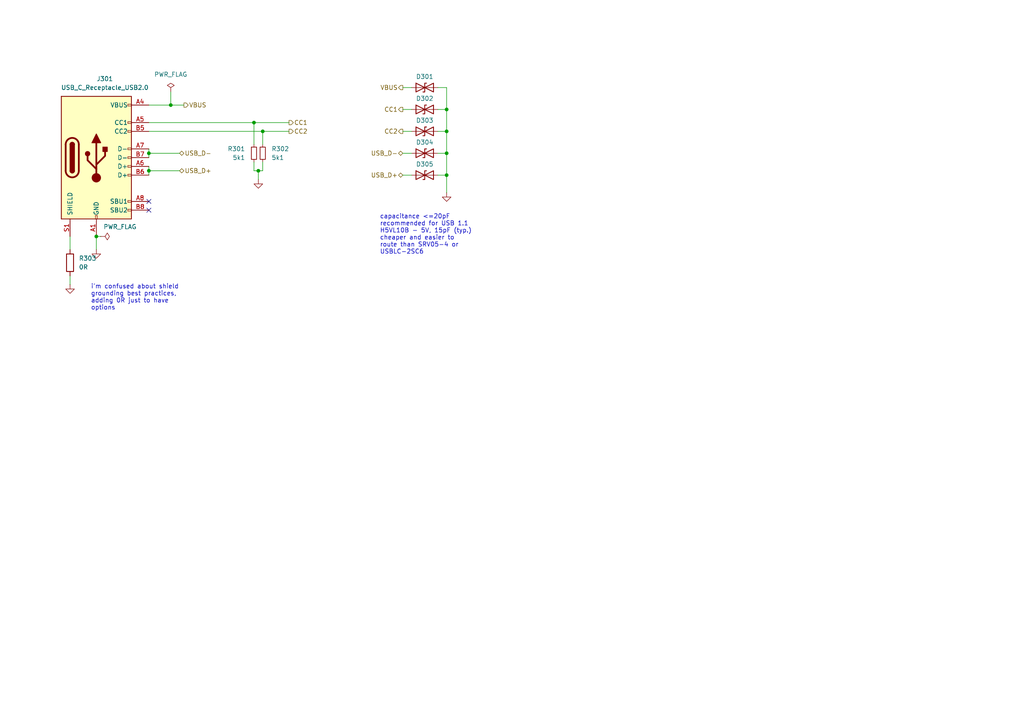
<source format=kicad_sch>
(kicad_sch (version 20231120) (generator "eeschema") (generator_version "8.0")
  (paper "A4")
  (lib_symbols
    (symbol "Connector:USB_C_Receptacle_USB2.0" (pin_names (offset 1.016))
      (property "Reference" "J" (at -10.16 19.05 0))
      (property "Value" "USB_C_Receptacle_USB2.0" (at 19.05 19.05 0))
      (symbol "USB_C_Receptacle_USB2.0_0_0"
        (rectangle (start -0.254 -17.78) (end 0.254 -16.764))
        (rectangle (start 10.16 -14.986) (end 9.144 -15.494))
        (rectangle (start 10.16 -12.446) (end 9.144 -12.954))
        (rectangle (start 10.16 -4.826) (end 9.144 -5.334))
        (rectangle (start 10.16 -2.286) (end 9.144 -2.794))
        (rectangle (start 10.16 0.254) (end 9.144 -0.254))
        (rectangle (start 10.16 2.794) (end 9.144 2.286))
        (rectangle (start 10.16 7.874) (end 9.144 7.366))
        (rectangle (start 10.16 10.414) (end 9.144 9.906))
        (rectangle (start 10.16 15.494) (end 9.144 14.986))
      )
      (symbol "USB_C_Receptacle_USB2.0_0_1"
        (rectangle (start -10.16 17.78) (end 10.16 -17.78) (stroke (width 0.254)) (fill (type background)))
        (arc (start -8.89 -3.81) (mid -6.985 -5.7066) (end -5.08 -3.81) (stroke (width 0.508)))
        (arc (start -7.62 -3.81) (mid -6.985 -4.4422) (end -6.35 -3.81) (stroke (width 0.254)))
        (arc (start -7.62 -3.81) (mid -6.985 -4.4422) (end -6.35 -3.81) (stroke (width 0.254)) (fill (type outline)))
        (rectangle (start -7.62 -3.81) (end -6.35 3.81) (stroke (width 0.254)) (fill (type outline)))
        (arc (start -6.35 3.81) (mid -6.985 4.4422) (end -7.62 3.81) (stroke (width 0.254)))
        (arc (start -6.35 3.81) (mid -6.985 4.4422) (end -7.62 3.81) (stroke (width 0.254)) (fill (type outline)))
        (arc (start -5.08 3.81) (mid -6.985 5.7066) (end -8.89 3.81) (stroke (width 0.508)))
        (circle (center -2.54 1.143) (radius 0.635) (stroke (width 0.254)) (fill (type outline)))
        (circle (center 0 -5.842) (radius 1.27) (fill (type outline)))
        (polyline (pts (xy -8.89 -3.81) (xy -8.89 3.81)) (stroke (width 0.508)))
        (polyline (pts (xy -5.08 3.81) (xy -5.08 -3.81)) (stroke (width 0.508)))
        (polyline (pts (xy 0 -5.842) (xy 0 4.318)) (stroke (width 0.508)))
        (polyline (pts (xy 0 -3.302) (xy -2.54 -0.762) (xy -2.54 0.508)) (stroke (width 0.508)))
        (polyline (pts (xy 0 -2.032) (xy 2.54 0.508) (xy 2.54 1.778)) (stroke (width 0.508)))
        (polyline (pts (xy -1.27 4.318) (xy 0 6.858) (xy 1.27 4.318) (xy -1.27 4.318)) (stroke (width 0.254)) (fill (type outline)))
        (rectangle (start 1.905 1.778) (end 3.175 3.048) (stroke (width 0.254)) (fill (type outline)))
      )
      (symbol "USB_C_Receptacle_USB2.0_1_1"
        (pin passive line (at 0 -22.86 90) (length 5.08) (name "GND") (number "A1"))
        (pin passive line (at 0 -22.86 90) (length 5.08) hide (name "GND") (number "A12"))
        (pin passive line (at 15.24 15.24 180) (length 5.08) (name "VBUS") (number "A4"))
        (pin bidirectional line (at 15.24 10.16 180) (length 5.08) (name "CC1") (number "A5"))
        (pin bidirectional line (at 15.24 -2.54 180) (length 5.08) (name "D+") (number "A6"))
        (pin bidirectional line (at 15.24 2.54 180) (length 5.08) (name "D-") (number "A7"))
        (pin bidirectional line (at 15.24 -12.7 180) (length 5.08) (name "SBU1") (number "A8"))
        (pin passive line (at 15.24 15.24 180) (length 5.08) hide (name "VBUS") (number "A9"))
        (pin passive line (at 0 -22.86 90) (length 5.08) hide (name "GND") (number "B1"))
        (pin passive line (at 0 -22.86 90) (length 5.08) hide (name "GND") (number "B12"))
        (pin passive line (at 15.24 15.24 180) (length 5.08) hide (name "VBUS") (number "B4"))
        (pin bidirectional line (at 15.24 7.62 180) (length 5.08) (name "CC2") (number "B5"))
        (pin bidirectional line (at 15.24 -5.08 180) (length 5.08) (name "D+") (number "B6"))
        (pin bidirectional line (at 15.24 0 180) (length 5.08) (name "D-") (number "B7"))
        (pin bidirectional line (at 15.24 -15.24 180) (length 5.08) (name "SBU2") (number "B8"))
        (pin passive line (at 15.24 15.24 180) (length 5.08) hide (name "VBUS") (number "B9"))
        (pin passive line (at -7.62 -22.86 90) (length 5.08) (name "SHIELD") (number "S1"))
      )
    )
    (symbol "Device:D_TVS" (pin_numbers hide) (pin_names (offset 1.016) hide)
      (property "Reference" "D" (at 0 2.54 0))
      (property "Value" "D_TVS" (at 0 -2.54 0))
      (symbol "D_TVS_0_1"
        (polyline (pts (xy 1.27 0) (xy -1.27 0)))
        (polyline (pts (xy 0.508 1.27) (xy 0 1.27) (xy 0 -1.27) (xy -0.508 -1.27)) (stroke (width 0.254)))
        (polyline (pts (xy -2.54 1.27) (xy -2.54 -1.27) (xy 2.54 1.27) (xy 2.54 -1.27) (xy -2.54 1.27)) (stroke (width 0.254)))
      )
      (symbol "D_TVS_1_1"
        (pin passive line (at -3.81 0 0) (length 2.54) (name "A1") (number "1"))
        (pin passive line (at 3.81 0 180) (length 2.54) (name "A2") (number "2"))
      )
    )
    (symbol "Device:R" (pin_numbers hide) (pin_names (offset 0))
      (property "Reference" "R" (at 2.032 0 90))
      (property "Value" "R" (at 0 0 90))
      (symbol "R_0_1"
        (rectangle (start -1.016 -2.54) (end 1.016 2.54) (stroke (width 0.254)))
      )
      (symbol "R_1_1"
        (pin passive line (at 0 3.81 270) (length 1.27) (name "~") (number "1"))
        (pin passive line (at 0 -3.81 90) (length 1.27) (name "~") (number "2"))
      )
    )
    (symbol "Device:R_Small" (pin_numbers hide) (pin_names (offset 0.254) hide)
      (property "Reference" "R" (at 0.762 0.508 0))
      (property "Value" "R_Small" (at 0.762 -1.016 0))
      (symbol "R_Small_0_1"
        (rectangle (start -0.762 1.778) (end 0.762 -1.778) (stroke (width 0.2032)))
      )
      (symbol "R_Small_1_1"
        (pin passive line (at 0 2.54 270) (length 0.762) (name "~") (number "1"))
        (pin passive line (at 0 -2.54 90) (length 0.762) (name "~") (number "2"))
      )
    )
    (symbol "power:GND" (power) (pin_numbers hide) (pin_names (offset 0) hide)
      (property "Value" "GND" (at 0 -3.81 0))
      (symbol "GND_0_1"
        (polyline (pts (xy 0 0) (xy 0 -1.27) (xy 1.27 -1.27) (xy 0 -2.54) (xy -1.27 -1.27) (xy 0 -1.27)))
      )
      (symbol "GND_1_1"
        (pin power_in line (at 0 0 270) (length 0) (name "~") (number "1"))
      )
    )
    (symbol "power:PWR_FLAG" (power) (pin_numbers hide) (pin_names (offset 0) hide)
      (property "Value" "PWR_FLAG" (at 0 3.81 0))
      (symbol "PWR_FLAG_0_0"
        (pin power_out line (at 0 0 90) (length 0) (name "~") (number "1"))
      )
      (symbol "PWR_FLAG_0_1"
        (polyline (pts (xy 0 0) (xy 0 1.27) (xy -1.016 1.905) (xy 0 2.54) (xy 1.016 1.905) (xy 0 1.27)))
      )
    )
  )
  (junction (at 27.94 68.58))
  (junction (at 76.2 38.1))
  (junction (at 129.54 50.8))
  (junction (at 43.18 44.45))
  (junction (at 43.18 49.53))
  (junction (at 129.54 31.75))
  (junction (at 73.66 35.56))
  (junction (at 129.54 44.45))
  (junction (at 129.54 38.1))
  (junction (at 74.93 49.53))
  (junction (at 49.53 30.48))
  (no_connect (at 43.18 60.96))
  (no_connect (at 43.18 58.42))
  (wire (pts (xy 27.94 68.58) (xy 29.21 68.58)))
  (wire (pts (xy 127 31.75) (xy 129.54 31.75)))
  (wire (pts (xy 129.54 44.45) (xy 129.54 38.1)))
  (wire (pts (xy 129.54 55.88) (xy 129.54 50.8)))
  (wire (pts (xy 20.32 68.58) (xy 20.32 72.39)))
  (wire (pts (xy 116.84 44.45) (xy 119.38 44.45)))
  (wire (pts (xy 116.84 50.8) (xy 119.38 50.8)))
  (wire (pts (xy 76.2 38.1) (xy 76.2 41.91)))
  (wire (pts (xy 127 38.1) (xy 129.54 38.1)))
  (wire (pts (xy 43.18 49.53) (xy 52.07 49.53)))
  (wire (pts (xy 74.93 49.53) (xy 73.66 49.53)))
  (wire (pts (xy 127 50.8) (xy 129.54 50.8)))
  (wire (pts (xy 43.18 44.45) (xy 43.18 45.72)))
  (wire (pts (xy 43.18 48.26) (xy 43.18 49.53)))
  (wire (pts (xy 76.2 49.53) (xy 74.93 49.53)))
  (wire (pts (xy 43.18 30.48) (xy 49.53 30.48)))
  (wire (pts (xy 27.94 68.58) (xy 27.94 72.39)))
  (wire (pts (xy 129.54 25.4) (xy 127 25.4)))
  (wire (pts (xy 53.34 30.48) (xy 49.53 30.48)))
  (wire (pts (xy 49.53 26.67) (xy 49.53 30.48)))
  (wire (pts (xy 43.18 49.53) (xy 43.18 50.8)))
  (wire (pts (xy 20.32 80.01) (xy 20.32 82.55)))
  (wire (pts (xy 73.66 35.56) (xy 83.82 35.56)))
  (wire (pts (xy 43.18 44.45) (xy 52.07 44.45)))
  (wire (pts (xy 129.54 31.75) (xy 129.54 25.4)))
  (wire (pts (xy 43.18 43.18) (xy 43.18 44.45)))
  (wire (pts (xy 43.18 35.56) (xy 73.66 35.56)))
  (wire (pts (xy 116.84 38.1) (xy 119.38 38.1)))
  (wire (pts (xy 76.2 46.99) (xy 76.2 49.53)))
  (wire (pts (xy 73.66 35.56) (xy 73.66 41.91)))
  (wire (pts (xy 129.54 38.1) (xy 129.54 31.75)))
  (wire (pts (xy 43.18 38.1) (xy 76.2 38.1)))
  (wire (pts (xy 74.93 52.07) (xy 74.93 49.53)))
  (wire (pts (xy 127 44.45) (xy 129.54 44.45)))
  (wire (pts (xy 116.84 25.4) (xy 119.38 25.4)))
  (wire (pts (xy 116.84 31.75) (xy 119.38 31.75)))
  (wire (pts (xy 73.66 46.99) (xy 73.66 49.53)))
  (wire (pts (xy 129.54 50.8) (xy 129.54 44.45)))
  (wire (pts (xy 76.2 38.1) (xy 83.82 38.1)))
  (text_box "capacitance <=20pF recommended for USB 1.1\nH5VL10B - 5V, 15pF (typ.)\ncheaper and easier to route than SRV05-4 or USBLC-2SC6" (at 109.22 60.96 0) (size 29.21 13.97) (stroke (width -0.0001)) (effects (font (size 1.27 1.27)) (justify left top)))
  (text_box "i'm confused about shield grounding best practices, adding 0R just to have options" (at 25.4 81.28 0) (size 29.21 13.97) (stroke (width -0.0001)) (effects (font (size 1.27 1.27)) (justify left top)))
  (hierarchical_label "USB_D-" (shape bidirectional) (at 116.84 44.45 180))
  (hierarchical_label "CC2" (shape output) (at 83.82 38.1 0))
  (hierarchical_label "USB_D+" (shape bidirectional) (at 116.84 50.8 180))
  (hierarchical_label "USB_D+" (shape bidirectional) (at 52.07 49.53 0))
  (hierarchical_label "VBUS" (shape output) (at 53.34 30.48 0))
  (hierarchical_label "CC1" (shape output) (at 83.82 35.56 0))
  (hierarchical_label "CC2" (shape output) (at 116.84 38.1 180))
  (hierarchical_label "VBUS" (shape output) (at 116.84 25.4 180))
  (hierarchical_label "CC1" (shape output) (at 116.84 31.75 180))
  (hierarchical_label "USB_D-" (shape bidirectional) (at 52.07 44.45 0))
  (symbol (lib_id "Device:R") (at 20.32 76.2 0) (unit 1)
    (property "Reference" "R303" (at 22.86 74.9299 0) (effects (justify left)))
    (property "Value" "0R" (at 22.86 77.4699 0) (effects (justify left)))
    (property "Footprint" "Resistor_SMD:R_0603_1608Metric" (effects (hide yes)))
    (property "Description" "Resistor" (effects (hide yes)))
    (property "LCSC" "C21189" (effects (hide yes)))
  )
  (symbol (lib_id "power:GND") (at 74.93 52.07 0) (unit 1)
    (property "Reference" "#PWR0301" (effects (hide yes)))
    (property "Value" "GND" (effects (hide yes)))
    (property "Description" "Power symbol creates a global label with name \"GND\" , ground" (effects (hide yes)))
  )
  (symbol (lib_id "Device:D_TVS") (at 123.19 44.45 0) (unit 1)
    (property "Reference" "D304" (at 123.19 41.275 0))
    (property "Value" "H5VL10B" (effects (hide yes)))
    (property "Footprint" "led-matrix:DFN1006_TVS" (effects (hide yes)))
    (property "Description" "Bidirectional transient-voltage-suppression diode" (effects (hide yes)))
    (property "LCSC" "C7420372" (effects (hide yes)))
  )
  (symbol (lib_id "Connector:USB_C_Receptacle_USB2.0") (at 27.94 45.72 0) (unit 1)
    (property "Reference" "J301" (at 30.4165 22.86 0))
    (property "Value" "USB_C_Receptacle_USB2.0" (at 30.4165 25.4 0))
    (property "Footprint" "led-matrix:USB_C_Receptacle_HRO_TYPE-C-31-M-12" (effects (hide yes)))
    (property "Datasheet" "https://datasheet.lcsc.com/lcsc/2205251630_Korean-Hroparts-Elec-TYPE-C-31-M-12_C165948.pdf" (effects (hide yes)))
    (property "LCSC" "C165948" (effects (hide yes)))
    (property "JLCPCB Position Offset" "0,1.42" (effects (hide yes)))
  )
  (symbol (lib_id "power:PWR_FLAG") (at 29.21 68.58 270) (unit 1)
    (property "Reference" "#FLG0302" (effects (hide yes)))
    (property "Value" "PWR_FLAG" (at 29.972 65.786 90) (effects (justify left)))
    (property "Description" "Special symbol for telling ERC where power comes from" (effects (hide yes)))
  )
  (symbol (lib_id "power:PWR_FLAG") (at 49.53 26.67 0) (unit 1)
    (property "Reference" "#FLG0301" (effects (hide yes)))
    (property "Value" "PWR_FLAG" (at 49.53 21.59 0))
    (property "Description" "Special symbol for telling ERC where power comes from" (effects (hide yes)))
  )
  (symbol (lib_id "power:GND") (at 129.54 55.88 0) (unit 1)
    (property "Reference" "#PWR0302" (effects (hide yes)))
    (property "Value" "GND" (effects (hide yes)))
    (property "Description" "Power symbol creates a global label with name \"GND\" , ground" (effects (hide yes)))
  )
  (symbol (lib_id "Device:R_Small") (at 73.66 44.45 0) (unit 1)
    (property "Reference" "R301" (at 71.12 43.1799 0) (effects (justify right)))
    (property "Value" "5k1" (at 71.12 45.7199 0) (effects (justify right)))
    (property "Footprint" "Resistor_SMD:R_0402_1005Metric" (effects (hide yes)))
    (property "LCSC" "C25905" (effects (hide yes)))
  )
  (symbol (lib_id "Device:D_TVS") (at 123.19 25.4 0) (unit 1)
    (property "Reference" "D301" (at 123.19 22.225 0))
    (property "Value" "H5VL10B" (effects (hide yes)))
    (property "Footprint" "led-matrix:DFN1006_TVS" (effects (hide yes)))
    (property "Description" "Bidirectional transient-voltage-suppression diode" (effects (hide yes)))
    (property "LCSC" "C7420372" (effects (hide yes)))
  )
  (symbol (lib_id "Device:R_Small") (at 76.2 44.45 0) (unit 1)
    (property "Reference" "R302" (at 78.74 43.1799 0) (effects (justify left)))
    (property "Value" "5k1" (at 78.74 45.7199 0) (effects (justify left)))
    (property "Footprint" "Resistor_SMD:R_0402_1005Metric" (effects (hide yes)))
    (property "LCSC" "C25905" (effects (hide yes)))
  )
  (symbol (lib_id "Device:D_TVS") (at 123.19 38.1 0) (unit 1)
    (property "Reference" "D303" (at 123.19 34.925 0))
    (property "Value" "H5VL10B" (effects (hide yes)))
    (property "Footprint" "led-matrix:DFN1006_TVS" (effects (hide yes)))
    (property "Description" "Bidirectional transient-voltage-suppression diode" (effects (hide yes)))
    (property "LCSC" "C7420372" (effects (hide yes)))
  )
  (symbol (lib_id "power:GND") (at 20.32 82.55 0) (unit 1)
    (property "Reference" "#PWR0304" (effects (hide yes)))
    (property "Value" "GND" (effects (hide yes)))
    (property "Description" "Power symbol creates a global label with name \"GND\" , ground" (effects (hide yes)))
  )
  (symbol (lib_id "Device:D_TVS") (at 123.19 31.75 0) (unit 1)
    (property "Reference" "D302" (at 123.19 28.575 0))
    (property "Value" "H5VL10B" (effects (hide yes)))
    (property "Footprint" "led-matrix:DFN1006_TVS" (effects (hide yes)))
    (property "Description" "Bidirectional transient-voltage-suppression diode" (effects (hide yes)))
    (property "LCSC" "C7420372" (effects (hide yes)))
  )
  (symbol (lib_id "Device:D_TVS") (at 123.19 50.8 0) (unit 1)
    (property "Reference" "D305" (at 123.19 47.625 0))
    (property "Value" "H5VL10B" (effects (hide yes)))
    (property "Footprint" "led-matrix:DFN1006_TVS" (effects (hide yes)))
    (property "Description" "Bidirectional transient-voltage-suppression diode" (effects (hide yes)))
    (property "LCSC" "C7420372" (effects (hide yes)))
  )
  (symbol (lib_id "power:GND") (at 27.94 72.39 0) (unit 1)
    (property "Reference" "#PWR0303" (effects (hide yes)))
    (property "Value" "GND" (effects (hide yes)))
    (property "Description" "Power symbol creates a global label with name \"GND\" , ground" (effects (hide yes)))
  )
)
</source>
